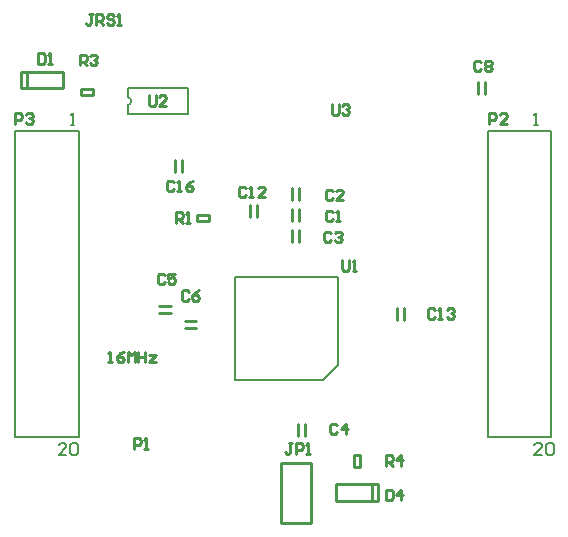
<source format=gto>
%FSLAX25Y25*%
%MOIN*%
G70*
G01*
G75*
G04 Layer_Color=65535*
%ADD10R,0.05118X0.03937*%
%ADD11R,0.04724X0.05512*%
%ADD12R,0.04724X0.05512*%
%ADD13R,0.02362X0.06102*%
%ADD14O,0.02362X0.06102*%
%ADD15R,0.03937X0.05118*%
%ADD16R,0.04724X0.05118*%
%ADD17R,0.00984X0.05709*%
%ADD18R,0.05709X0.00984*%
%ADD19O,0.05709X0.00984*%
%ADD20C,0.01000*%
%ADD21C,0.02000*%
%ADD22C,0.05000*%
%ADD23C,0.09843*%
%ADD24R,0.05906X0.05906*%
%ADD25C,0.05906*%
%ADD26C,0.07087*%
%ADD27R,0.07087X0.07087*%
%ADD28C,0.18740*%
%ADD29C,0.06299*%
%ADD30C,0.05315*%
%ADD31R,0.05315X0.05315*%
%ADD32C,0.05000*%
%ADD33C,0.19685*%
%ADD34R,0.10827X0.08071*%
%ADD35R,0.07717X0.08032*%
%ADD36R,0.03543X0.08465*%
%ADD37R,0.03543X0.08465*%
%ADD38R,0.12795X0.12402*%
%ADD39R,0.09449X0.12992*%
%ADD40R,0.13780X0.10236*%
%ADD41C,0.03500*%
%ADD42C,0.00787*%
D20*
X635032Y456319D02*
X638969D01*
X635032Y458681D02*
X638969D01*
X626532Y463681D02*
X630469D01*
X626532Y461319D02*
X630469D01*
X600500Y534000D02*
X604500D01*
X600500Y536000D02*
X604500D01*
Y534000D02*
Y536000D01*
X600500Y534000D02*
Y536000D01*
X643000Y492000D02*
Y494000D01*
X639000Y492000D02*
Y494000D01*
Y492000D02*
X643000D01*
X639000Y494000D02*
X643000D01*
X732819Y534531D02*
Y538469D01*
X735181Y534531D02*
Y538469D01*
X667000Y411500D02*
X677000D01*
X667000Y391500D02*
Y411500D01*
Y391500D02*
X677000D01*
Y411500D01*
X693500Y410000D02*
Y414000D01*
X691500Y410000D02*
Y414000D01*
X693500D01*
X691500Y410000D02*
X693500D01*
X697555Y398744D02*
Y404256D01*
X685350D02*
X699524D01*
Y398744D02*
Y404256D01*
X685350Y398744D02*
X699524D01*
X685350D02*
Y404256D01*
X594650Y536244D02*
Y541756D01*
X580476D02*
X594650D01*
X580476Y536244D02*
Y541756D01*
Y536244D02*
X594650D01*
X582445D02*
Y541756D01*
X670819Y499031D02*
Y502969D01*
X673181Y499031D02*
Y502969D01*
Y492031D02*
Y495968D01*
X670819Y492031D02*
Y495968D01*
Y485032D02*
Y488969D01*
X673181Y485032D02*
Y488969D01*
X656819Y493532D02*
Y497469D01*
X659181Y493532D02*
Y497469D01*
X631819Y508532D02*
Y512468D01*
X634181Y508532D02*
Y512468D01*
X708181Y459031D02*
Y462968D01*
X705819Y459031D02*
Y462968D01*
X672819Y420532D02*
Y424469D01*
X675181Y420532D02*
Y424469D01*
X636361Y468452D02*
X635771Y469042D01*
X634590D01*
X634000Y468452D01*
Y466090D01*
X634590Y465500D01*
X635771D01*
X636361Y466090D01*
X639904Y469042D02*
X638723Y468452D01*
X637542Y467271D01*
Y466090D01*
X638132Y465500D01*
X639313D01*
X639904Y466090D01*
Y466681D01*
X639313Y467271D01*
X637542D01*
X628361Y473952D02*
X627771Y474542D01*
X626590D01*
X626000Y473952D01*
Y471590D01*
X626590Y471000D01*
X627771D01*
X628361Y471590D01*
X631904Y474542D02*
X629542D01*
Y472771D01*
X630723Y473361D01*
X631313D01*
X631904Y472771D01*
Y471590D01*
X631313Y471000D01*
X630132D01*
X629542Y471590D01*
X609500Y445000D02*
X610681D01*
X610090D01*
Y448542D01*
X609500Y447952D01*
X614813Y448542D02*
X613632Y447952D01*
X612452Y446771D01*
Y445590D01*
X613042Y445000D01*
X614223D01*
X614813Y445590D01*
Y446181D01*
X614223Y446771D01*
X612452D01*
X615994Y445000D02*
Y448542D01*
X617175Y447361D01*
X618355Y448542D01*
Y445000D01*
X619536Y448542D02*
Y445000D01*
Y446771D01*
X621898D01*
Y448542D01*
Y445000D01*
X623078Y447361D02*
X625440D01*
X623078Y445000D01*
X625440D01*
X600000Y544000D02*
Y547542D01*
X601771D01*
X602361Y546952D01*
Y545771D01*
X601771Y545181D01*
X600000D01*
X601181D02*
X602361Y544000D01*
X603542Y546952D02*
X604133Y547542D01*
X605313D01*
X605904Y546952D01*
Y546361D01*
X605313Y545771D01*
X604723D01*
X605313D01*
X605904Y545181D01*
Y544590D01*
X605313Y544000D01*
X604133D01*
X603542Y544590D01*
X632000Y491500D02*
Y495042D01*
X633771D01*
X634361Y494452D01*
Y493271D01*
X633771Y492681D01*
X632000D01*
X633181D02*
X634361Y491500D01*
X635542D02*
X636723D01*
X636132D01*
Y495042D01*
X635542Y494452D01*
X684000Y531042D02*
Y528090D01*
X684590Y527500D01*
X685771D01*
X686361Y528090D01*
Y531042D01*
X687542Y530452D02*
X688132Y531042D01*
X689313D01*
X689904Y530452D01*
Y529861D01*
X689313Y529271D01*
X688723D01*
X689313D01*
X689904Y528681D01*
Y528090D01*
X689313Y527500D01*
X688132D01*
X687542Y528090D01*
X623000Y534042D02*
Y531090D01*
X623590Y530500D01*
X624771D01*
X625361Y531090D01*
Y534042D01*
X628904Y530500D02*
X626542D01*
X628904Y532861D01*
Y533452D01*
X628313Y534042D01*
X627133D01*
X626542Y533452D01*
X733861Y544952D02*
X733271Y545542D01*
X732090D01*
X731500Y544952D01*
Y542590D01*
X732090Y542000D01*
X733271D01*
X733861Y542590D01*
X735042Y544952D02*
X735633Y545542D01*
X736813D01*
X737404Y544952D01*
Y544361D01*
X736813Y543771D01*
X737404Y543181D01*
Y542590D01*
X736813Y542000D01*
X735633D01*
X735042Y542590D01*
Y543181D01*
X735633Y543771D01*
X735042Y544361D01*
Y544952D01*
X735633Y543771D02*
X736813D01*
X670861Y418042D02*
X669681D01*
X670271D01*
Y415090D01*
X669681Y414500D01*
X669090D01*
X668500Y415090D01*
X672042Y414500D02*
Y418042D01*
X673813D01*
X674404Y417452D01*
Y416271D01*
X673813Y415681D01*
X672042D01*
X675584Y414500D02*
X676765D01*
X676175D01*
Y418042D01*
X675584Y417452D01*
X687500Y479042D02*
Y476090D01*
X688090Y475500D01*
X689271D01*
X689861Y476090D01*
Y479042D01*
X691042Y475500D02*
X692223D01*
X691633D01*
Y479042D01*
X691042Y478452D01*
X702000Y410500D02*
Y414042D01*
X703771D01*
X704361Y413452D01*
Y412271D01*
X703771Y411681D01*
X702000D01*
X703181D02*
X704361Y410500D01*
X707313D02*
Y414042D01*
X705542Y412271D01*
X707904D01*
X578500Y524500D02*
Y528042D01*
X580271D01*
X580861Y527452D01*
Y526271D01*
X580271Y525681D01*
X578500D01*
X582042Y527452D02*
X582632Y528042D01*
X583813D01*
X584404Y527452D01*
Y526861D01*
X583813Y526271D01*
X583223D01*
X583813D01*
X584404Y525681D01*
Y525090D01*
X583813Y524500D01*
X582632D01*
X582042Y525090D01*
X736500Y524500D02*
Y528042D01*
X738271D01*
X738861Y527452D01*
Y526271D01*
X738271Y525681D01*
X736500D01*
X742404Y524500D02*
X740042D01*
X742404Y526861D01*
Y527452D01*
X741813Y528042D01*
X740632D01*
X740042Y527452D01*
X618100Y416200D02*
Y419742D01*
X619871D01*
X620461Y419152D01*
Y417971D01*
X619871Y417381D01*
X618100D01*
X621642Y416200D02*
X622823D01*
X622232D01*
Y419742D01*
X621642Y419152D01*
X604361Y561042D02*
X603181D01*
X603771D01*
Y558090D01*
X603181Y557500D01*
X602590D01*
X602000Y558090D01*
X605542Y557500D02*
Y561042D01*
X607313D01*
X607904Y560452D01*
Y559271D01*
X607313Y558681D01*
X605542D01*
X606723D02*
X607904Y557500D01*
X611446Y560452D02*
X610855Y561042D01*
X609675D01*
X609084Y560452D01*
Y559861D01*
X609675Y559271D01*
X610855D01*
X611446Y558681D01*
Y558090D01*
X610855Y557500D01*
X609675D01*
X609084Y558090D01*
X612627Y557500D02*
X613807D01*
X613217D01*
Y561042D01*
X612627Y560452D01*
X702000Y402542D02*
Y399000D01*
X703771D01*
X704361Y399590D01*
Y401952D01*
X703771Y402542D01*
X702000D01*
X707313Y399000D02*
Y402542D01*
X705542Y400771D01*
X707904D01*
X586000Y548042D02*
Y544500D01*
X587771D01*
X588361Y545090D01*
Y547452D01*
X587771Y548042D01*
X586000D01*
X589542Y544500D02*
X590723D01*
X590133D01*
Y548042D01*
X589542Y547452D01*
X631361Y504952D02*
X630771Y505542D01*
X629590D01*
X629000Y504952D01*
Y502590D01*
X629590Y502000D01*
X630771D01*
X631361Y502590D01*
X632542Y502000D02*
X633723D01*
X633133D01*
Y505542D01*
X632542Y504952D01*
X637855Y505542D02*
X636675Y504952D01*
X635494Y503771D01*
Y502590D01*
X636084Y502000D01*
X637265D01*
X637855Y502590D01*
Y503181D01*
X637265Y503771D01*
X635494D01*
X718361Y462452D02*
X717771Y463042D01*
X716590D01*
X716000Y462452D01*
Y460090D01*
X716590Y459500D01*
X717771D01*
X718361Y460090D01*
X719542Y459500D02*
X720723D01*
X720132D01*
Y463042D01*
X719542Y462452D01*
X722494D02*
X723084Y463042D01*
X724265D01*
X724855Y462452D01*
Y461861D01*
X724265Y461271D01*
X723675D01*
X724265D01*
X724855Y460681D01*
Y460090D01*
X724265Y459500D01*
X723084D01*
X722494Y460090D01*
X655361Y502952D02*
X654771Y503542D01*
X653590D01*
X653000Y502952D01*
Y500590D01*
X653590Y500000D01*
X654771D01*
X655361Y500590D01*
X656542Y500000D02*
X657723D01*
X657132D01*
Y503542D01*
X656542Y502952D01*
X661855Y500000D02*
X659494D01*
X661855Y502361D01*
Y502952D01*
X661265Y503542D01*
X660084D01*
X659494Y502952D01*
X685861Y423952D02*
X685271Y424542D01*
X684090D01*
X683500Y423952D01*
Y421590D01*
X684090Y421000D01*
X685271D01*
X685861Y421590D01*
X688813Y421000D02*
Y424542D01*
X687042Y422771D01*
X689404D01*
X683861Y487952D02*
X683271Y488542D01*
X682090D01*
X681500Y487952D01*
Y485590D01*
X682090Y485000D01*
X683271D01*
X683861Y485590D01*
X685042Y487952D02*
X685633Y488542D01*
X686813D01*
X687404Y487952D01*
Y487361D01*
X686813Y486771D01*
X686223D01*
X686813D01*
X687404Y486181D01*
Y485590D01*
X686813Y485000D01*
X685633D01*
X685042Y485590D01*
X684361Y501952D02*
X683771Y502542D01*
X682590D01*
X682000Y501952D01*
Y499590D01*
X682590Y499000D01*
X683771D01*
X684361Y499590D01*
X687904Y499000D02*
X685542D01*
X687904Y501361D01*
Y501952D01*
X687313Y502542D01*
X686132D01*
X685542Y501952D01*
X684361Y494952D02*
X683771Y495542D01*
X682590D01*
X682000Y494952D01*
Y492590D01*
X682590Y492000D01*
X683771D01*
X684361Y492590D01*
X685542Y492000D02*
X686723D01*
X686132D01*
Y495542D01*
X685542Y494952D01*
D42*
X616000Y530750D02*
G03*
X616000Y533250I0J1250D01*
G01*
Y527709D02*
Y530750D01*
Y533250D02*
Y536291D01*
X636000D01*
Y527709D02*
Y536291D01*
X616000Y527709D02*
X636000D01*
X681079Y439177D02*
X686039Y444138D01*
X651866Y439177D02*
X681079D01*
X651866D02*
Y473350D01*
X686039D01*
Y444138D02*
Y473350D01*
X735988Y419902D02*
X757160D01*
X735988Y522100D02*
X757160D01*
X757200Y420000D02*
Y522100D01*
X735996Y420000D02*
Y522000D01*
X578488Y419902D02*
X599660D01*
X578488Y522100D02*
X599660D01*
X599700Y420000D02*
Y522100D01*
X578496Y420000D02*
Y522000D01*
X754124Y414000D02*
X751500D01*
X754124Y416624D01*
Y417280D01*
X753468Y417936D01*
X752156D01*
X751500Y417280D01*
X755436D02*
X756092Y417936D01*
X757404D01*
X758060Y417280D01*
Y414656D01*
X757404Y414000D01*
X756092D01*
X755436Y414656D01*
Y417280D01*
X751500Y524000D02*
X752812D01*
X752156D01*
Y527936D01*
X751500Y527280D01*
X595624Y414000D02*
X593000D01*
X595624Y416624D01*
Y417280D01*
X594968Y417936D01*
X593656D01*
X593000Y417280D01*
X596936D02*
X597592Y417936D01*
X598904D01*
X599560Y417280D01*
Y414656D01*
X598904Y414000D01*
X597592D01*
X596936Y414656D01*
Y417280D01*
X597000Y524000D02*
X598312D01*
X597656D01*
Y527936D01*
X597000Y527280D01*
M02*

</source>
